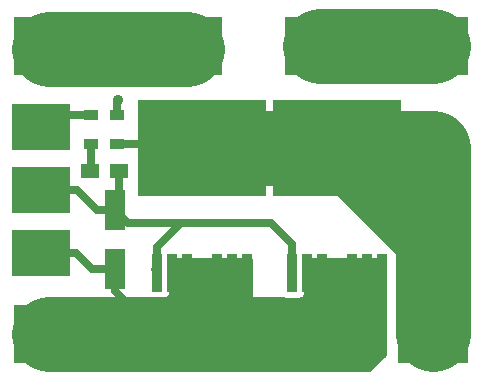
<source format=gtl>
%FSLAX46Y46*%
G04 Gerber Fmt 4.6, Leading zero omitted, Abs format (unit mm)*
G04 Created by KiCad (PCBNEW (2014-08-31 BZR 5107)-product) date tor 20 aug 2015 12:53:14*
%MOMM*%
G01*
G04 APERTURE LIST*
%ADD10C,0.100000*%
%ADD11R,1.800860X3.500120*%
%ADD12R,6.000000X5.000000*%
%ADD13R,10.800080X8.150860*%
%ADD14R,0.899160X3.200400*%
%ADD15R,5.000000X4.000000*%
%ADD16R,1.200000X0.900000*%
%ADD17R,1.500000X1.250000*%
%ADD18C,0.889000*%
%ADD19C,0.635000*%
%ADD20C,0.406400*%
%ADD21C,6.350000*%
%ADD22C,0.254000*%
G04 APERTURE END LIST*
D10*
D11*
X121412000Y-88559640D03*
X121412000Y-93558360D03*
D12*
X115824000Y-74676000D03*
X115824000Y-99060000D03*
X148336000Y-74676000D03*
X148336000Y-99060000D03*
D13*
X128778000Y-83253580D03*
D14*
X124968000Y-93855540D03*
X126238000Y-93855540D03*
X127508000Y-93855540D03*
X130048000Y-93855540D03*
X131318000Y-93855540D03*
X132588000Y-93855540D03*
D13*
X140208000Y-83253580D03*
D14*
X136398000Y-93855540D03*
X137668000Y-93855540D03*
X138938000Y-93855540D03*
X141478000Y-93855540D03*
X142748000Y-93855540D03*
X144018000Y-93855540D03*
D15*
X115189000Y-86868000D03*
X115189000Y-92202000D03*
X115189000Y-81534000D03*
D16*
X121623000Y-80518000D03*
X119423000Y-80518000D03*
X121623000Y-82931000D03*
X119423000Y-82931000D03*
D12*
X127508000Y-74676000D03*
X138811000Y-74676000D03*
D17*
X119273000Y-85217000D03*
X121773000Y-85217000D03*
D18*
X135636000Y-80264000D03*
X137160000Y-80264000D03*
X138684000Y-80264000D03*
X140208000Y-80264000D03*
X141732000Y-80264000D03*
X143256000Y-80264000D03*
X144780000Y-80264000D03*
X144780000Y-81788000D03*
X144780000Y-83312000D03*
X144780000Y-84836000D03*
X144780000Y-86360000D03*
X143256000Y-86360000D03*
X143256000Y-84836000D03*
X143256000Y-83312000D03*
X143256000Y-81788000D03*
X141732000Y-81788000D03*
X141732000Y-83312000D03*
X141732000Y-84836000D03*
X141732000Y-86360000D03*
X140208000Y-86360000D03*
X140208000Y-84836000D03*
X140208000Y-83312000D03*
X140208000Y-81788000D03*
X138684000Y-81788000D03*
X137160000Y-81788000D03*
X135636000Y-81788000D03*
X135636000Y-83312000D03*
X137160000Y-83312000D03*
X138684000Y-83312000D03*
X138684000Y-84836000D03*
X137160000Y-84836000D03*
X135636000Y-84836000D03*
X135636000Y-86360000D03*
X137160000Y-86360000D03*
X138684000Y-86360000D03*
X124460000Y-80264000D03*
X125984000Y-80264000D03*
X127508000Y-80264000D03*
X129032000Y-80264000D03*
X130556000Y-80264000D03*
X132080000Y-80264000D03*
X133604000Y-80264000D03*
X133604000Y-81788000D03*
X133604000Y-83312000D03*
X133604000Y-84836000D03*
X133604000Y-86360000D03*
X132080000Y-86360000D03*
X132080000Y-84836000D03*
X132080000Y-83312000D03*
X132080000Y-81788000D03*
X130556000Y-81788000D03*
X129032000Y-81788000D03*
X127508000Y-81788000D03*
X125984000Y-81788000D03*
X124460000Y-81788000D03*
X124460000Y-83312000D03*
X125984000Y-83312000D03*
X127508000Y-83312000D03*
X129032000Y-83312000D03*
X130556000Y-83312000D03*
X130556000Y-84836000D03*
X129032000Y-84836000D03*
X127508000Y-84836000D03*
X125984000Y-84836000D03*
X124460000Y-84836000D03*
X124460000Y-86360000D03*
X125984000Y-86360000D03*
X127508000Y-86360000D03*
X129032000Y-86360000D03*
X130556000Y-86360000D03*
X142875000Y-74549000D03*
X121666000Y-79248000D03*
D19*
X119423000Y-82931000D02*
X119423000Y-85067000D01*
X119423000Y-85067000D02*
X119273000Y-85217000D01*
X121412000Y-88559640D02*
X119928640Y-88559640D01*
X118237000Y-86868000D02*
X115189000Y-86868000D01*
X119928640Y-88559640D02*
X118237000Y-86868000D01*
X121773000Y-85217000D02*
X121773000Y-88198640D01*
X121773000Y-88198640D02*
X121412000Y-88559640D01*
X127381000Y-89662000D02*
X122514360Y-89662000D01*
X122514360Y-89662000D02*
X121412000Y-88559640D01*
X124968000Y-93855540D02*
X124968000Y-91694000D01*
X134000000Y-89662000D02*
X134112000Y-89662000D01*
X127000000Y-89662000D02*
X127381000Y-89662000D01*
X127381000Y-89662000D02*
X134000000Y-89662000D01*
X124968000Y-91694000D02*
X127000000Y-89662000D01*
D20*
X124670820Y-93558360D02*
X124968000Y-93855540D01*
D19*
X134662000Y-89662000D02*
X136398000Y-91398000D01*
X136398000Y-91398000D02*
X136398000Y-93855540D01*
X134000000Y-89662000D02*
X134662000Y-89662000D01*
X115908000Y-86403000D02*
X115189000Y-87122000D01*
D21*
X119253000Y-74930000D02*
X127508000Y-74930000D01*
X115824000Y-74930000D02*
X119253000Y-74930000D01*
D19*
X119423000Y-80518000D02*
X116205000Y-80518000D01*
X116205000Y-80518000D02*
X115189000Y-81534000D01*
X115994000Y-80983000D02*
X115189000Y-81788000D01*
X121623000Y-82931000D02*
X128455420Y-82931000D01*
X128455420Y-82931000D02*
X128778000Y-83253580D01*
D22*
X140208000Y-83253580D02*
X138625580Y-83253580D01*
X138625580Y-83253580D02*
X135636000Y-80264000D01*
X137160000Y-80264000D02*
X138684000Y-80264000D01*
X140208000Y-80264000D02*
X141732000Y-80264000D01*
X143256000Y-80264000D02*
X144780000Y-80264000D01*
X144780000Y-81788000D02*
X144780000Y-83312000D01*
X144780000Y-84836000D02*
X144780000Y-86360000D01*
X143256000Y-86360000D02*
X143256000Y-84836000D01*
X143256000Y-83312000D02*
X143256000Y-81788000D01*
X141732000Y-81788000D02*
X141732000Y-83312000D01*
X141732000Y-84836000D02*
X141732000Y-86360000D01*
X140208000Y-86360000D02*
X140208000Y-84836000D01*
X140208000Y-83312000D02*
X140208000Y-81788000D01*
X138684000Y-81788000D02*
X137160000Y-81788000D01*
X135636000Y-81788000D02*
X135636000Y-83312000D01*
X137160000Y-83312000D02*
X138684000Y-83312000D01*
X138684000Y-84836000D02*
X137160000Y-84836000D01*
X135636000Y-84836000D02*
X135636000Y-86360000D01*
X137160000Y-86360000D02*
X138684000Y-86360000D01*
X128778000Y-83253580D02*
X127449580Y-83253580D01*
X127449580Y-83253580D02*
X124460000Y-80264000D01*
X125984000Y-80264000D02*
X127508000Y-80264000D01*
X129032000Y-80264000D02*
X130556000Y-80264000D01*
X132080000Y-80264000D02*
X133604000Y-80264000D01*
X133604000Y-81788000D02*
X133604000Y-83312000D01*
X133604000Y-84836000D02*
X133604000Y-86360000D01*
X132080000Y-86360000D02*
X132080000Y-84836000D01*
X132080000Y-83312000D02*
X132080000Y-81788000D01*
X130556000Y-81788000D02*
X129032000Y-81788000D01*
X127508000Y-81788000D02*
X125984000Y-81788000D01*
X124460000Y-81788000D02*
X124460000Y-83312000D01*
X125984000Y-83312000D02*
X127508000Y-83312000D01*
X129032000Y-83312000D02*
X130556000Y-83312000D01*
X130556000Y-84836000D02*
X129032000Y-84836000D01*
X127508000Y-84836000D02*
X125984000Y-84836000D01*
X124460000Y-84836000D02*
X124460000Y-86360000D01*
X125984000Y-86360000D02*
X127508000Y-86360000D01*
X129032000Y-86360000D02*
X130556000Y-86360000D01*
D21*
X140208000Y-83253580D02*
X128778000Y-83253580D01*
X140208000Y-83253580D02*
X144213580Y-83253580D01*
X144213580Y-83253580D02*
X148336000Y-87376000D01*
X148336000Y-90932000D02*
X148336000Y-99060000D01*
X148336000Y-87376000D02*
X148336000Y-90932000D01*
X140657580Y-83253580D02*
X148336000Y-90932000D01*
X140208000Y-83253580D02*
X140657580Y-83253580D01*
X148336000Y-99060000D02*
X148336000Y-83312000D01*
X148336000Y-83312000D02*
X148277580Y-83253580D01*
X148277580Y-83253580D02*
X140208000Y-83253580D01*
X138811000Y-74676000D02*
X142875000Y-74676000D01*
D19*
X142875000Y-74549000D02*
X142875000Y-74676000D01*
X142875000Y-74676000D02*
X142875000Y-74803000D01*
X142875000Y-74803000D02*
X142875000Y-74676000D01*
X121623000Y-80518000D02*
X121623000Y-79291000D01*
X121623000Y-79291000D02*
X121666000Y-79248000D01*
X145923000Y-74676000D02*
X148336000Y-74676000D01*
D21*
X142875000Y-74676000D02*
X148336000Y-74676000D01*
D19*
X115189000Y-92202000D02*
X118110000Y-92202000D01*
X119466360Y-93558360D02*
X121412000Y-93558360D01*
X118110000Y-92202000D02*
X119466360Y-93558360D01*
X121412000Y-93558360D02*
X121412000Y-95377000D01*
X121412000Y-95377000D02*
X125095000Y-99060000D01*
D21*
X115824000Y-99060000D02*
X125095000Y-99060000D01*
X125095000Y-99060000D02*
X131440000Y-99060000D01*
D20*
X115443000Y-98933000D02*
X115824000Y-99314000D01*
D19*
X115527000Y-92794000D02*
X115189000Y-92456000D01*
X137668000Y-93855540D02*
X138938000Y-93855540D01*
X138938000Y-93855540D02*
X141478000Y-93855540D01*
X141478000Y-93855540D02*
X142748000Y-93855540D01*
X142748000Y-93855540D02*
X144018000Y-93855540D01*
X126238000Y-93855540D02*
X127508000Y-93855540D01*
X127508000Y-93855540D02*
X130048000Y-93855540D01*
X130048000Y-93855540D02*
X131318000Y-93855540D01*
X131318000Y-93855540D02*
X132588000Y-93855540D01*
X144018000Y-96982000D02*
X144018000Y-93855540D01*
X141940000Y-99060000D02*
X144018000Y-96982000D01*
X131440000Y-99060000D02*
X141940000Y-99060000D01*
X132588000Y-97912000D02*
X131440000Y-99060000D01*
X132588000Y-93855540D02*
X132588000Y-97912000D01*
D22*
G36*
X144272000Y-100785395D02*
X142949395Y-102108000D01*
X119380000Y-102108000D01*
X119380000Y-96012000D01*
X124207951Y-96012000D01*
X124217635Y-96018470D01*
X124333197Y-96066337D01*
X124455878Y-96090740D01*
X124580962Y-96090740D01*
X125480122Y-96090740D01*
X125602803Y-96066337D01*
X125718365Y-96018470D01*
X125728048Y-96012000D01*
X125782605Y-96012000D01*
X125984000Y-95810605D01*
X125984000Y-95747616D01*
X126028177Y-95640963D01*
X126052580Y-95518282D01*
X126052580Y-95393198D01*
X126052580Y-92710000D01*
X132969000Y-92710000D01*
X132969000Y-96012000D01*
X135637951Y-96012000D01*
X135647635Y-96018470D01*
X135763197Y-96066337D01*
X135885878Y-96090740D01*
X136010962Y-96090740D01*
X136910122Y-96090740D01*
X137032803Y-96066337D01*
X137148365Y-96018470D01*
X137158048Y-96012000D01*
X137414000Y-96012000D01*
X137414000Y-95747616D01*
X137458177Y-95640963D01*
X137482580Y-95518282D01*
X137482580Y-95393198D01*
X137482580Y-92710000D01*
X144272000Y-92710000D01*
X144272000Y-100785395D01*
X144272000Y-100785395D01*
G37*
X144272000Y-100785395D02*
X142949395Y-102108000D01*
X119380000Y-102108000D01*
X119380000Y-96012000D01*
X124207951Y-96012000D01*
X124217635Y-96018470D01*
X124333197Y-96066337D01*
X124455878Y-96090740D01*
X124580962Y-96090740D01*
X125480122Y-96090740D01*
X125602803Y-96066337D01*
X125718365Y-96018470D01*
X125728048Y-96012000D01*
X125782605Y-96012000D01*
X125984000Y-95810605D01*
X125984000Y-95747616D01*
X126028177Y-95640963D01*
X126052580Y-95518282D01*
X126052580Y-95393198D01*
X126052580Y-92710000D01*
X132969000Y-92710000D01*
X132969000Y-96012000D01*
X135637951Y-96012000D01*
X135647635Y-96018470D01*
X135763197Y-96066337D01*
X135885878Y-96090740D01*
X136010962Y-96090740D01*
X136910122Y-96090740D01*
X137032803Y-96066337D01*
X137148365Y-96018470D01*
X137158048Y-96012000D01*
X137414000Y-96012000D01*
X137414000Y-95747616D01*
X137458177Y-95640963D01*
X137482580Y-95518282D01*
X137482580Y-95393198D01*
X137482580Y-92710000D01*
X144272000Y-92710000D01*
X144272000Y-100785395D01*
M02*

</source>
